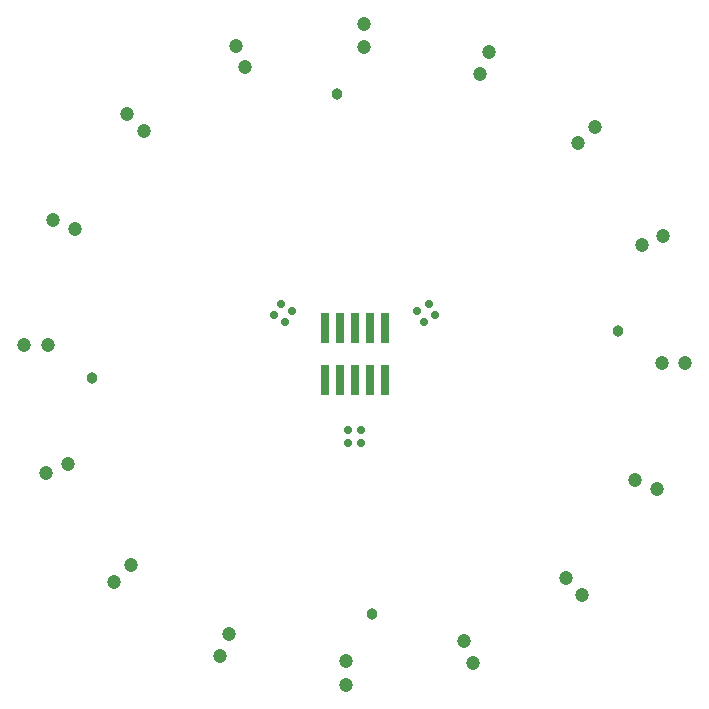
<source format=gbs>
G04*
G04 #@! TF.GenerationSoftware,Altium Limited,Altium Designer,18.1.6 (161)*
G04*
G04 Layer_Color=16711935*
%FSLAX24Y24*%
%MOIN*%
G70*
G01*
G75*
%ADD80C,0.0380*%
%ADD81C,0.0474*%
%ADD82C,0.0277*%
%ADD94R,0.0316X0.0986*%
D80*
X8758Y787D02*
D03*
X-8762Y-787D02*
D03*
X588Y-8661D02*
D03*
X-593Y8661D02*
D03*
D81*
X-3945Y10289D02*
D03*
X-3643Y9562D02*
D03*
X-7594Y8010D02*
D03*
X-7038Y7453D02*
D03*
X-10066Y4488D02*
D03*
X-9338Y4187D02*
D03*
X-11026Y295D02*
D03*
X-10239D02*
D03*
X-10292Y-3942D02*
D03*
X-9564Y-3641D02*
D03*
X-8012Y-7592D02*
D03*
X-7455Y-7035D02*
D03*
X-4490Y-10063D02*
D03*
X-4189Y-9336D02*
D03*
X-298Y-11024D02*
D03*
Y-10236D02*
D03*
X3940Y-10289D02*
D03*
X3639Y-9562D02*
D03*
X7590Y-8010D02*
D03*
X7033Y-7453D02*
D03*
X10061Y-4488D02*
D03*
X9333Y-4187D02*
D03*
X11021Y-295D02*
D03*
X10234Y-295D02*
D03*
X10287Y3942D02*
D03*
X9559Y3641D02*
D03*
X8007Y7592D02*
D03*
X7451Y7035D02*
D03*
X4486Y10063D02*
D03*
X4184Y9336D02*
D03*
X293Y10236D02*
D03*
X293Y11024D02*
D03*
D82*
X-219Y-2539D02*
D03*
X214Y-2539D02*
D03*
X-219Y-2972D02*
D03*
X214Y-2972D02*
D03*
X-2093Y1457D02*
D03*
X-2310Y1082D02*
D03*
X-2468Y1674D02*
D03*
X-2685Y1299D02*
D03*
X2305Y1082D02*
D03*
X2089Y1457D02*
D03*
X2680Y1299D02*
D03*
X2464Y1674D02*
D03*
D94*
X998Y-866D02*
D03*
Y866D02*
D03*
X-502Y866D02*
D03*
X-2Y866D02*
D03*
X-1002D02*
D03*
X498Y866D02*
D03*
X-1002Y-866D02*
D03*
X498Y-866D02*
D03*
X-502Y-866D02*
D03*
X-2Y-866D02*
D03*
M02*

</source>
